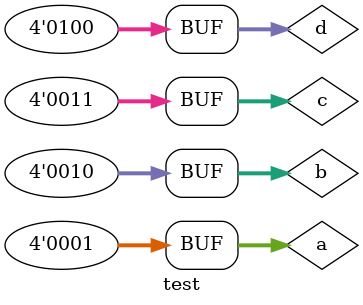
<source format=v>
module digitallock(a,b,c,d,lock);
input[3:0]a,b,c,d;
output lock;
assign lock = (a==1&&b==2&c==3&&d==4)?0:1;
endmodule

module test;
reg[3:0]a,b,c,d;
wire lock;
digitallock dut(a,b,c,d,lock);
initial begin 
a=3;b=5;c=2;d=9;
#10;
a=4;b=2;c=1;d=7;
#10;
a=1;b=2;c=3;d=4;
end 
endmodule

</source>
